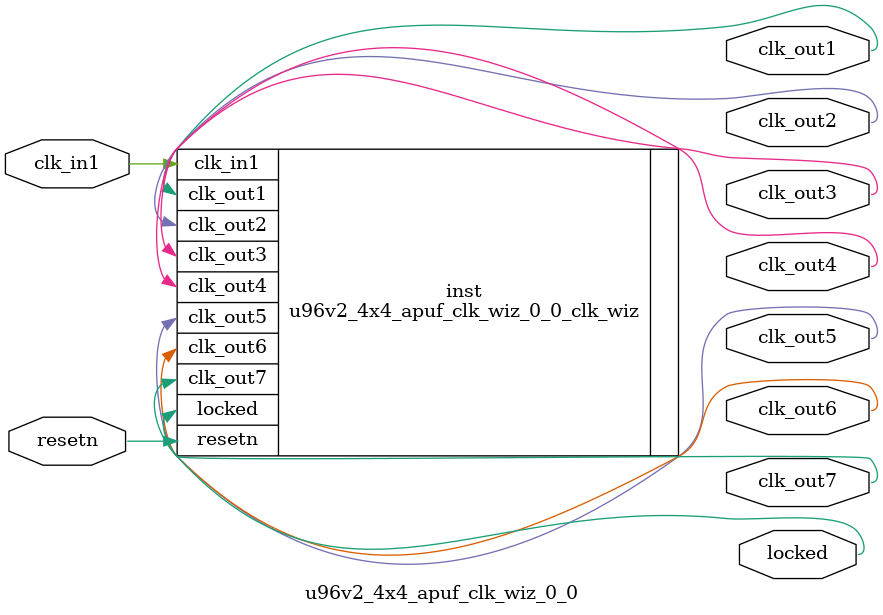
<source format=v>


`timescale 1ps/1ps

(* CORE_GENERATION_INFO = "u96v2_4x4_apuf_clk_wiz_0_0,clk_wiz_v6_0_6_0_0,{component_name=u96v2_4x4_apuf_clk_wiz_0_0,use_phase_alignment=false,use_min_o_jitter=false,use_max_i_jitter=false,use_dyn_phase_shift=false,use_inclk_switchover=false,use_dyn_reconfig=false,enable_axi=0,feedback_source=FDBK_AUTO,PRIMITIVE=MMCM,num_out_clk=7,clkin1_period=10.000,clkin2_period=10.000,use_power_down=false,use_reset=true,use_locked=true,use_inclk_stopped=false,feedback_type=SINGLE,CLOCK_MGR_TYPE=NA,manual_override=false}" *)

module u96v2_4x4_apuf_clk_wiz_0_0 
 (
  // Clock out ports
  output        clk_out1,
  output        clk_out2,
  output        clk_out3,
  output        clk_out4,
  output        clk_out5,
  output        clk_out6,
  output        clk_out7,
  // Status and control signals
  input         resetn,
  output        locked,
 // Clock in ports
  input         clk_in1
 );

  u96v2_4x4_apuf_clk_wiz_0_0_clk_wiz inst
  (
  // Clock out ports  
  .clk_out1(clk_out1),
  .clk_out2(clk_out2),
  .clk_out3(clk_out3),
  .clk_out4(clk_out4),
  .clk_out5(clk_out5),
  .clk_out6(clk_out6),
  .clk_out7(clk_out7),
  // Status and control signals               
  .resetn(resetn), 
  .locked(locked),
 // Clock in ports
  .clk_in1(clk_in1)
  );

endmodule

</source>
